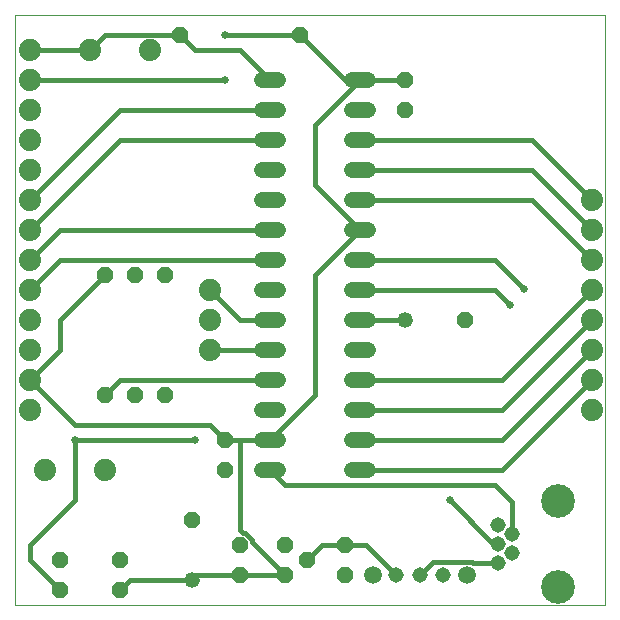
<source format=gtl>
G75*
%MOIN*%
%OFA0B0*%
%FSLAX25Y25*%
%IPPOS*%
%LPD*%
%AMOC8*
5,1,8,0,0,1.08239X$1,22.5*
%
%ADD10C,0.00000*%
%ADD11OC8,0.05200*%
%ADD12C,0.05200*%
%ADD13C,0.05150*%
%ADD14C,0.11220*%
%ADD15C,0.07400*%
%ADD16C,0.05200*%
%ADD17C,0.05937*%
%ADD18C,0.01600*%
%ADD19C,0.02578*%
D10*
X0001400Y0007548D02*
X0001400Y0204398D01*
X0198250Y0204398D01*
X0198250Y0007548D01*
X0001400Y0007548D01*
D11*
X0016400Y0012548D03*
X0016400Y0022548D03*
X0036400Y0022548D03*
X0036400Y0012548D03*
X0060400Y0036048D03*
X0076400Y0027548D03*
X0076400Y0017548D03*
X0091400Y0017548D03*
X0098900Y0022548D03*
X0091400Y0027548D03*
X0111400Y0027548D03*
X0111400Y0017548D03*
X0071400Y0052548D03*
X0071400Y0062548D03*
X0051400Y0077548D03*
X0041400Y0077548D03*
X0031400Y0077548D03*
X0031400Y0117548D03*
X0041400Y0117548D03*
X0051400Y0117548D03*
X0056400Y0197548D03*
X0096400Y0197548D03*
X0131400Y0182548D03*
X0131400Y0172548D03*
X0151400Y0102548D03*
D12*
X0131400Y0102548D03*
X0060400Y0016048D03*
D13*
X0128526Y0017548D03*
X0136400Y0017548D03*
X0144274Y0017548D03*
X0162321Y0021749D03*
X0167046Y0024898D03*
X0162321Y0028048D03*
X0167046Y0031198D03*
X0162321Y0034347D03*
D14*
X0182400Y0042418D03*
X0182400Y0013678D03*
D15*
X0193900Y0072548D03*
X0193900Y0082548D03*
X0193900Y0092548D03*
X0193900Y0102548D03*
X0193900Y0112548D03*
X0193900Y0122548D03*
X0193900Y0132548D03*
X0193900Y0142548D03*
X0066400Y0112548D03*
X0066400Y0102548D03*
X0066400Y0092548D03*
X0031400Y0052548D03*
X0011400Y0052548D03*
X0006400Y0072548D03*
X0006400Y0082548D03*
X0006400Y0092548D03*
X0006400Y0102548D03*
X0006400Y0112548D03*
X0006400Y0122548D03*
X0006400Y0132548D03*
X0006400Y0142548D03*
X0006400Y0152548D03*
X0006400Y0162548D03*
X0006400Y0172548D03*
X0006400Y0182548D03*
X0006400Y0192548D03*
X0026400Y0192548D03*
X0046400Y0192548D03*
D16*
X0083800Y0182548D02*
X0089000Y0182548D01*
X0089000Y0172548D02*
X0083800Y0172548D01*
X0083800Y0162548D02*
X0089000Y0162548D01*
X0089000Y0152548D02*
X0083800Y0152548D01*
X0083800Y0142548D02*
X0089000Y0142548D01*
X0089000Y0132548D02*
X0083800Y0132548D01*
X0083800Y0122548D02*
X0089000Y0122548D01*
X0089000Y0112548D02*
X0083800Y0112548D01*
X0083800Y0102548D02*
X0089000Y0102548D01*
X0089000Y0092548D02*
X0083800Y0092548D01*
X0083800Y0082548D02*
X0089000Y0082548D01*
X0089000Y0072548D02*
X0083800Y0072548D01*
X0083800Y0062548D02*
X0089000Y0062548D01*
X0089000Y0052548D02*
X0083800Y0052548D01*
X0113800Y0052548D02*
X0119000Y0052548D01*
X0119000Y0062548D02*
X0113800Y0062548D01*
X0113800Y0072548D02*
X0119000Y0072548D01*
X0119000Y0082548D02*
X0113800Y0082548D01*
X0113800Y0092548D02*
X0119000Y0092548D01*
X0119000Y0102548D02*
X0113800Y0102548D01*
X0113800Y0112548D02*
X0119000Y0112548D01*
X0119000Y0122548D02*
X0113800Y0122548D01*
X0113800Y0132548D02*
X0119000Y0132548D01*
X0119000Y0142548D02*
X0113800Y0142548D01*
X0113800Y0152548D02*
X0119000Y0152548D01*
X0119000Y0162548D02*
X0113800Y0162548D01*
X0113800Y0172548D02*
X0119000Y0172548D01*
X0119000Y0182548D02*
X0113800Y0182548D01*
D17*
X0120652Y0017548D03*
X0152148Y0017548D03*
D18*
X0154125Y0021749D02*
X0153958Y0021917D01*
X0140769Y0021917D01*
X0136400Y0017548D01*
X0128526Y0017548D02*
X0118526Y0027548D01*
X0111400Y0027548D01*
X0103900Y0027548D01*
X0098900Y0022548D01*
X0091400Y0017548D02*
X0080400Y0028548D01*
X0080400Y0029205D01*
X0078057Y0031548D01*
X0077400Y0031548D01*
X0076400Y0032548D01*
X0076400Y0062548D01*
X0086400Y0062548D01*
X0101400Y0077548D01*
X0101400Y0117548D01*
X0116400Y0132548D01*
X0101400Y0147548D01*
X0101400Y0167548D01*
X0116400Y0182548D01*
X0111400Y0182548D01*
X0096400Y0197548D01*
X0071400Y0197548D01*
X0076400Y0192548D02*
X0086400Y0182548D01*
X0086400Y0172548D02*
X0036400Y0172548D01*
X0006400Y0142548D01*
X0006400Y0132548D02*
X0036400Y0162548D01*
X0086400Y0162548D01*
X0071400Y0182548D02*
X0006400Y0182548D01*
X0006400Y0192548D02*
X0026400Y0192548D01*
X0031500Y0197648D01*
X0048512Y0197648D01*
X0048612Y0197548D01*
X0056400Y0197548D01*
X0061400Y0192548D01*
X0076400Y0192548D01*
X0116400Y0182548D02*
X0131400Y0182548D01*
X0116400Y0162548D02*
X0173900Y0162548D01*
X0193900Y0142548D01*
X0193900Y0132548D02*
X0173900Y0152548D01*
X0116400Y0152548D01*
X0116400Y0142548D02*
X0173900Y0142548D01*
X0193900Y0122548D01*
X0193900Y0112548D02*
X0163900Y0082548D01*
X0116400Y0082548D01*
X0116400Y0072548D02*
X0163900Y0072548D01*
X0193900Y0102548D01*
X0193900Y0092548D02*
X0163900Y0062548D01*
X0116400Y0062548D01*
X0116400Y0052548D02*
X0163900Y0052548D01*
X0193900Y0082548D01*
X0166400Y0107548D02*
X0161400Y0112548D01*
X0116400Y0112548D01*
X0116400Y0102548D02*
X0131400Y0102548D01*
X0116400Y0122548D02*
X0161400Y0122548D01*
X0171020Y0112928D01*
X0161400Y0047548D02*
X0091400Y0047548D01*
X0086400Y0052548D01*
X0076400Y0062548D02*
X0071400Y0062548D01*
X0066400Y0067548D01*
X0021400Y0067548D01*
X0006400Y0082548D01*
X0016400Y0092548D01*
X0016400Y0102548D01*
X0031400Y0117548D01*
X0016400Y0122548D02*
X0006400Y0112548D01*
X0006400Y0122548D02*
X0016400Y0132548D01*
X0086400Y0132548D01*
X0086400Y0122548D02*
X0016400Y0122548D01*
X0036400Y0082548D02*
X0031400Y0077548D01*
X0036400Y0082548D02*
X0086400Y0082548D01*
X0086400Y0092548D02*
X0066400Y0092548D01*
X0076400Y0102548D02*
X0066400Y0112548D01*
X0076400Y0102548D02*
X0086400Y0102548D01*
X0061400Y0062548D02*
X0021400Y0062548D01*
X0021400Y0042548D01*
X0006400Y0027548D01*
X0006400Y0022548D01*
X0016400Y0012548D01*
X0036400Y0012548D02*
X0039900Y0016048D01*
X0060400Y0016048D01*
X0061900Y0017548D01*
X0076400Y0017548D01*
X0091400Y0017548D01*
X0146400Y0042548D02*
X0160900Y0028048D01*
X0162321Y0028048D01*
X0167046Y0031198D02*
X0167046Y0041902D01*
X0161400Y0047548D01*
X0162321Y0021749D02*
X0154125Y0021749D01*
D19*
X0146400Y0042548D03*
X0166400Y0107548D03*
X0171020Y0112928D03*
X0071400Y0182548D03*
X0071400Y0197548D03*
X0061400Y0062548D03*
X0021400Y0062548D03*
M02*

</source>
